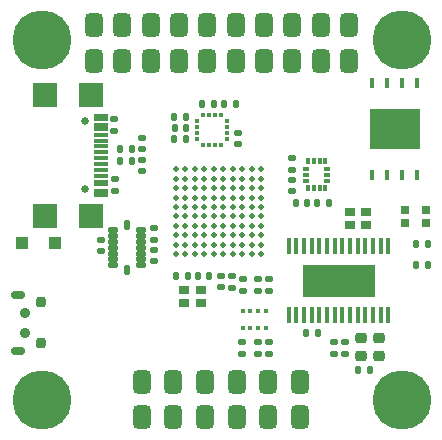
<source format=gbr>
%TF.GenerationSoftware,KiCad,Pcbnew,8.0.7*%
%TF.CreationDate,2025-02-13T13:50:40+08:00*%
%TF.ProjectId,NewSkyH7-Air,4e657753-6b79-4483-972d-4169722e6b69,rev?*%
%TF.SameCoordinates,Original*%
%TF.FileFunction,Soldermask,Top*%
%TF.FilePolarity,Negative*%
%FSLAX46Y46*%
G04 Gerber Fmt 4.6, Leading zero omitted, Abs format (unit mm)*
G04 Created by KiCad (PCBNEW 8.0.7) date 2025-02-13 13:50:40*
%MOMM*%
%LPD*%
G01*
G04 APERTURE LIST*
G04 Aperture macros list*
%AMRoundRect*
0 Rectangle with rounded corners*
0 $1 Rounding radius*
0 $2 $3 $4 $5 $6 $7 $8 $9 X,Y pos of 4 corners*
0 Add a 4 corners polygon primitive as box body*
4,1,4,$2,$3,$4,$5,$6,$7,$8,$9,$2,$3,0*
0 Add four circle primitives for the rounded corners*
1,1,$1+$1,$2,$3*
1,1,$1+$1,$4,$5*
1,1,$1+$1,$6,$7*
1,1,$1+$1,$8,$9*
0 Add four rect primitives between the rounded corners*
20,1,$1+$1,$2,$3,$4,$5,0*
20,1,$1+$1,$4,$5,$6,$7,0*
20,1,$1+$1,$6,$7,$8,$9,0*
20,1,$1+$1,$8,$9,$2,$3,0*%
G04 Aperture macros list end*
%ADD10RoundRect,0.375000X-0.375000X-0.625000X0.375000X-0.625000X0.375000X0.625000X-0.375000X0.625000X0*%
%ADD11RoundRect,0.135000X-0.185000X0.135000X-0.185000X-0.135000X0.185000X-0.135000X0.185000X0.135000X0*%
%ADD12RoundRect,0.140000X-0.140000X-0.170000X0.140000X-0.170000X0.140000X0.170000X-0.140000X0.170000X0*%
%ADD13RoundRect,0.147500X-0.147500X-0.172500X0.147500X-0.172500X0.147500X0.172500X-0.147500X0.172500X0*%
%ADD14RoundRect,0.147500X-0.172500X0.147500X-0.172500X-0.147500X0.172500X-0.147500X0.172500X0.147500X0*%
%ADD15RoundRect,0.140000X0.140000X0.170000X-0.140000X0.170000X-0.140000X-0.170000X0.140000X-0.170000X0*%
%ADD16RoundRect,0.147500X0.172500X-0.147500X0.172500X0.147500X-0.172500X0.147500X-0.172500X-0.147500X0*%
%ADD17RoundRect,0.135000X0.185000X-0.135000X0.185000X0.135000X-0.185000X0.135000X-0.185000X-0.135000X0*%
%ADD18RoundRect,0.140000X0.170000X-0.140000X0.170000X0.140000X-0.170000X0.140000X-0.170000X-0.140000X0*%
%ADD19R,0.450000X1.475000*%
%ADD20R,6.200000X2.750000*%
%ADD21C,0.650000*%
%ADD22R,1.281200X0.300000*%
%ADD23R,1.290000X0.300000*%
%ADD24R,1.300000X0.300000*%
%ADD25R,1.298926X0.296108*%
%ADD26R,1.281200X0.299998*%
%ADD27R,2.000000X2.000000*%
%ADD28RoundRect,0.150000X0.450000X-0.150000X0.450000X0.150000X-0.450000X0.150000X-0.450000X-0.150000X0*%
%ADD29C,0.900000*%
%ADD30RoundRect,0.200000X0.200000X-0.250000X0.200000X0.250000X-0.200000X0.250000X-0.200000X-0.250000X0*%
%ADD31RoundRect,0.375000X0.375000X0.625000X-0.375000X0.625000X-0.375000X-0.625000X0.375000X-0.625000X0*%
%ADD32R,0.450000X0.300000*%
%ADD33R,0.300000X0.450000*%
%ADD34RoundRect,0.135000X-0.135000X-0.185000X0.135000X-0.185000X0.135000X0.185000X-0.135000X0.185000X0*%
%ADD35RoundRect,0.225000X0.250000X-0.225000X0.250000X0.225000X-0.250000X0.225000X-0.250000X-0.225000X0*%
%ADD36C,5.000000*%
%ADD37RoundRect,0.102000X-0.295000X-0.175000X0.295000X-0.175000X0.295000X0.175000X-0.295000X0.175000X0*%
%ADD38RoundRect,0.102000X-0.175000X0.295000X-0.175000X-0.295000X0.175000X-0.295000X0.175000X0.295000X0*%
%ADD39RoundRect,0.102000X0.295000X0.175000X-0.295000X0.175000X-0.295000X-0.175000X0.295000X-0.175000X0*%
%ADD40RoundRect,0.102000X0.175000X-0.295000X0.175000X0.295000X-0.175000X0.295000X-0.175000X-0.295000X0*%
%ADD41R,0.450000X0.950000*%
%ADD42R,4.350000X3.450000*%
%ADD43RoundRect,0.135000X0.135000X0.185000X-0.135000X0.185000X-0.135000X-0.185000X0.135000X-0.185000X0*%
%ADD44RoundRect,0.140000X-0.170000X0.140000X-0.170000X-0.140000X0.170000X-0.140000X0.170000X0.140000X0*%
%ADD45RoundRect,0.250000X0.300000X0.300000X-0.300000X0.300000X-0.300000X-0.300000X0.300000X-0.300000X0*%
%ADD46R,0.900000X0.800000*%
%ADD47R,0.350000X0.350000*%
%ADD48C,0.470000*%
%ADD49R,0.700000X0.700000*%
%ADD50R,0.300000X0.600000*%
%ADD51R,0.600000X0.300000*%
G04 APERTURE END LIST*
D10*
%TO.C,J23*%
X149676666Y-68125000D03*
%TD*%
%TO.C,J20*%
X142473333Y-68125000D03*
%TD*%
D11*
%TO.C,R25*%
X134620000Y-78130000D03*
X134620000Y-79150000D03*
%TD*%
D12*
%TO.C,C12*%
X151775000Y-80120000D03*
X152735000Y-80120000D03*
%TD*%
D13*
%TO.C,D4*%
X160180000Y-85405000D03*
X161150000Y-85405000D03*
%TD*%
D10*
%TO.C,J37*%
X136900000Y-95260000D03*
%TD*%
D14*
%TO.C,FB3*%
X149675000Y-76330000D03*
X149675000Y-77300000D03*
%TD*%
D15*
%TO.C,C46*%
X144870000Y-71720000D03*
X143910000Y-71720000D03*
%TD*%
D13*
%TO.C,FB4*%
X139685000Y-74690000D03*
X140655000Y-74690000D03*
%TD*%
D10*
%TO.C,J29*%
X132868889Y-68125000D03*
%TD*%
D16*
%TO.C,FB2*%
X137935000Y-85070000D03*
X137935000Y-84100000D03*
%TD*%
D13*
%TO.C,D9*%
X160167500Y-83620000D03*
X161137500Y-83620000D03*
%TD*%
D10*
%TO.C,J38*%
X139582000Y-95260000D03*
%TD*%
D15*
%TO.C,C15*%
X140680000Y-73750000D03*
X139720000Y-73750000D03*
%TD*%
D17*
%TO.C,R30*%
X154155000Y-92922000D03*
X154155000Y-91902000D03*
%TD*%
D18*
%TO.C,C17*%
X133455000Y-84225000D03*
X133455000Y-83265000D03*
%TD*%
D10*
%TO.C,J21*%
X144874444Y-68125000D03*
%TD*%
D18*
%TO.C,C14*%
X145070000Y-75120000D03*
X145070000Y-74160000D03*
%TD*%
D10*
%TO.C,J7*%
X150310000Y-95260000D03*
%TD*%
%TO.C,J16*%
X147275555Y-65080000D03*
%TD*%
D12*
%TO.C,C2*%
X141680000Y-86330000D03*
X142640000Y-86330000D03*
%TD*%
D17*
%TO.C,R37*%
X146735000Y-87605000D03*
X146735000Y-86585000D03*
%TD*%
D19*
%TO.C,U5*%
X157810000Y-83774000D03*
X157160000Y-83774000D03*
X156510000Y-83774000D03*
X155860000Y-83774000D03*
X155210000Y-83774000D03*
X154560000Y-83774000D03*
X153910000Y-83774000D03*
X153260000Y-83774000D03*
X152610000Y-83774000D03*
X151960000Y-83774000D03*
X151310000Y-83774000D03*
X150660000Y-83774000D03*
X150010000Y-83774000D03*
X149360000Y-83774000D03*
X149360000Y-89650000D03*
X150010000Y-89650000D03*
X150660000Y-89650000D03*
X151310000Y-89650000D03*
X151960000Y-89650000D03*
X152610000Y-89650000D03*
X153260000Y-89650000D03*
X153910000Y-89650000D03*
X154560000Y-89650000D03*
X155210000Y-89650000D03*
X155860000Y-89650000D03*
X156510000Y-89650000D03*
X157160000Y-89650000D03*
X157810000Y-89650000D03*
D20*
X153585000Y-86712000D03*
%TD*%
D17*
%TO.C,R2*%
X144520000Y-87320000D03*
X144520000Y-86300000D03*
%TD*%
D10*
%TO.C,J12*%
X137671111Y-65080000D03*
%TD*%
%TO.C,J5*%
X142264000Y-95260000D03*
%TD*%
D18*
%TO.C,C16*%
X137935000Y-83225000D03*
X137935000Y-82265000D03*
%TD*%
D10*
%TO.C,J3*%
X147628000Y-98220000D03*
%TD*%
%TO.C,J11*%
X147628000Y-95260000D03*
%TD*%
%TO.C,J22*%
X147275555Y-68125000D03*
%TD*%
D21*
%TO.C,U4*%
X132103500Y-73200000D03*
X132103500Y-78980000D03*
D22*
X133465500Y-72737200D03*
D23*
X133468500Y-73540000D03*
D24*
X133463500Y-74840000D03*
X133463500Y-75840000D03*
X133463500Y-76340000D03*
X133463500Y-77340000D03*
D25*
X133462963Y-78635532D03*
D24*
X133463500Y-79440000D03*
X133463500Y-79140000D03*
X133463500Y-78340000D03*
X133463500Y-77840000D03*
X133463500Y-76840000D03*
X133463500Y-75340000D03*
X133463500Y-74340000D03*
D23*
X133468500Y-73840000D03*
D26*
X133465500Y-73037201D03*
D27*
X132603500Y-70970000D03*
X128703500Y-70970000D03*
X132603500Y-81210000D03*
X128703500Y-81210000D03*
%TD*%
D10*
%TO.C,J14*%
X142473333Y-65080000D03*
%TD*%
D28*
%TO.C,SW1*%
X126410000Y-92640000D03*
D29*
X127010000Y-91110000D03*
X127010000Y-89410000D03*
D28*
X126410000Y-87880000D03*
D30*
X128410000Y-91985000D03*
X128410000Y-88535000D03*
%TD*%
D10*
%TO.C,J25*%
X154478889Y-68125000D03*
%TD*%
D31*
%TO.C,J10*%
X132868889Y-65080000D03*
%TD*%
D18*
%TO.C,C47*%
X145405000Y-92885000D03*
X145405000Y-91925000D03*
%TD*%
D15*
%TO.C,C1*%
X140810000Y-86330000D03*
X139850000Y-86330000D03*
%TD*%
D10*
%TO.C,J15*%
X144874444Y-65080000D03*
%TD*%
D32*
%TO.C,U6*%
X141590000Y-73180000D03*
X141590000Y-73680000D03*
X141590000Y-74180000D03*
X141590000Y-74680000D03*
D33*
X142115000Y-75205000D03*
X142615000Y-75205000D03*
X143115000Y-75205000D03*
X143615000Y-75205000D03*
D32*
X144140000Y-74680000D03*
X144140000Y-74180000D03*
X144140000Y-73680000D03*
X144140000Y-73180000D03*
D33*
X143615000Y-72655000D03*
X143115000Y-72655000D03*
X142615000Y-72655000D03*
X142115000Y-72655000D03*
%TD*%
D15*
%TO.C,C13*%
X150905000Y-80120000D03*
X149945000Y-80120000D03*
%TD*%
D34*
%TO.C,R26*%
X135050000Y-76530000D03*
X136070000Y-76530000D03*
%TD*%
%TO.C,R27*%
X135050000Y-75570000D03*
X136070000Y-75570000D03*
%TD*%
D18*
%TO.C,C11*%
X149675000Y-79145000D03*
X149675000Y-78185000D03*
%TD*%
D35*
%TO.C,C38*%
X156985000Y-93117000D03*
X156985000Y-91567000D03*
%TD*%
D36*
%TO.C,J1*%
X128455000Y-66305000D03*
X128455000Y-96805000D03*
X158955000Y-66305000D03*
X158955000Y-96805000D03*
%TD*%
D10*
%TO.C,J27*%
X144946000Y-98220000D03*
%TD*%
D37*
%TO.C,IC2*%
X134520000Y-85405000D03*
X134520000Y-84905000D03*
X134520000Y-84405000D03*
X134520000Y-83905000D03*
X134520000Y-83405000D03*
X134520000Y-82905000D03*
X134520000Y-82405000D03*
D38*
X135685000Y-81990000D03*
D39*
X136850000Y-82405000D03*
X136850000Y-82905000D03*
X136850000Y-83405000D03*
X136850000Y-83905000D03*
X136850000Y-84405000D03*
X136850000Y-84905000D03*
X136850000Y-85405000D03*
D40*
X135685000Y-85820000D03*
%TD*%
D41*
%TO.C,IC3*%
X156440000Y-77750000D03*
X157710000Y-77750000D03*
X158980000Y-77750000D03*
X160250000Y-77750000D03*
X160250000Y-69950000D03*
X158980000Y-69950000D03*
X157710000Y-69950000D03*
X156440000Y-69950000D03*
D42*
X158345000Y-73850000D03*
%TD*%
D31*
%TO.C,J32*%
X135270000Y-68125000D03*
%TD*%
D10*
%TO.C,J4*%
X144946000Y-95260000D03*
%TD*%
D43*
%TO.C,R35*%
X140700000Y-72860000D03*
X139680000Y-72860000D03*
%TD*%
D10*
%TO.C,J36*%
X139582000Y-98220000D03*
%TD*%
D31*
%TO.C,J8*%
X135270000Y-65080000D03*
%TD*%
D10*
%TO.C,J19*%
X154478889Y-65080000D03*
%TD*%
%TO.C,J26*%
X142264000Y-98220000D03*
%TD*%
%TO.C,J18*%
X152077777Y-65080000D03*
%TD*%
%TO.C,J6*%
X150310000Y-98220000D03*
%TD*%
D11*
%TO.C,R36*%
X147675000Y-86575000D03*
X147675000Y-87595000D03*
%TD*%
D17*
%TO.C,R24*%
X134610000Y-74040000D03*
X134610000Y-73020000D03*
%TD*%
D35*
%TO.C,C39*%
X155525000Y-93117000D03*
X155525000Y-91567000D03*
%TD*%
D44*
%TO.C,C41*%
X153195000Y-91922000D03*
X153195000Y-92882000D03*
%TD*%
D45*
%TO.C,D7*%
X129600000Y-83480000D03*
X126800000Y-83480000D03*
%TD*%
D31*
%TO.C,J31*%
X137671111Y-68125000D03*
%TD*%
D46*
%TO.C,Y1*%
X141925000Y-87535000D03*
X140525000Y-87535000D03*
X140525000Y-88635000D03*
X141925000Y-88635000D03*
%TD*%
D47*
%TO.C,IC6*%
X145465000Y-89235000D03*
X146115000Y-89235000D03*
X146765000Y-89235000D03*
X147415000Y-89235000D03*
X147415000Y-90685000D03*
X146765000Y-90685000D03*
X146115000Y-90685000D03*
X145465000Y-90685000D03*
%TD*%
D10*
%TO.C,J17*%
X149676666Y-65080000D03*
%TD*%
%TO.C,J13*%
X140072222Y-65080000D03*
%TD*%
%TO.C,J30*%
X140072222Y-68125000D03*
%TD*%
D34*
%TO.C,R29*%
X155235000Y-94292000D03*
X156255000Y-94292000D03*
%TD*%
D10*
%TO.C,J24*%
X152077777Y-68125000D03*
%TD*%
%TO.C,J35*%
X136900000Y-98220000D03*
%TD*%
D48*
%TO.C,U1*%
X139820000Y-84470000D03*
X139820000Y-83670000D03*
X139820000Y-82870000D03*
X139820000Y-82070000D03*
X139820000Y-81270000D03*
X139820000Y-80470000D03*
X139820000Y-79670000D03*
X139820000Y-78870000D03*
X139820000Y-78070000D03*
X139820000Y-77270000D03*
X140620000Y-84470000D03*
X140620000Y-83670000D03*
X140620000Y-82870000D03*
X140620000Y-82070000D03*
X140620000Y-81270000D03*
X140620000Y-80470000D03*
X140620000Y-79670000D03*
X140620000Y-78870000D03*
X140620000Y-78070000D03*
X140620000Y-77270000D03*
X141420000Y-84470000D03*
X141420000Y-83670000D03*
X141420000Y-82870000D03*
X141420000Y-82070000D03*
X141420000Y-81270000D03*
X141420000Y-80470000D03*
X141420000Y-79670000D03*
X141420000Y-78870000D03*
X141420000Y-78070000D03*
X141420000Y-77270000D03*
X142220000Y-84470000D03*
X142220000Y-83670000D03*
X142220000Y-82870000D03*
X142220000Y-82070000D03*
X142220000Y-81270000D03*
X142220000Y-80470000D03*
X142220000Y-79670000D03*
X142220000Y-78870000D03*
X142220000Y-78070000D03*
X142220000Y-77270000D03*
X143020000Y-84470000D03*
X143020000Y-83670000D03*
X143020000Y-82870000D03*
X143020000Y-82070000D03*
X143020000Y-81270000D03*
X143020000Y-80470000D03*
X143020000Y-79670000D03*
X143020000Y-78870000D03*
X143020000Y-78070000D03*
X143020000Y-77270000D03*
X143820000Y-84470000D03*
X143820000Y-83670000D03*
X143820000Y-82870000D03*
X143820000Y-82070000D03*
X143820000Y-81270000D03*
X143820000Y-80470000D03*
X143820000Y-79670000D03*
X143820000Y-78870000D03*
X143820000Y-78070000D03*
X143820000Y-77270000D03*
X144620000Y-84470000D03*
X144620000Y-83670000D03*
X144620000Y-82870000D03*
X144620000Y-82070000D03*
X144620000Y-81270000D03*
X144620000Y-80470000D03*
X144620000Y-79670000D03*
X144620000Y-78870000D03*
X144620000Y-78070000D03*
X144620000Y-77270000D03*
X145420000Y-84470000D03*
X145420000Y-83670000D03*
X145420000Y-82870000D03*
X145420000Y-82070000D03*
X145420000Y-81270000D03*
X145420000Y-80470000D03*
X145420000Y-79670000D03*
X145420000Y-78870000D03*
X145420000Y-78070000D03*
X145420000Y-77270000D03*
X146220000Y-84470000D03*
X146220000Y-83670000D03*
X146220000Y-82870000D03*
X146220000Y-82070000D03*
X146220000Y-81270000D03*
X146220000Y-80470000D03*
X146220000Y-79670000D03*
X146220000Y-78870000D03*
X146220000Y-78070000D03*
X146220000Y-77270000D03*
X147020000Y-84470000D03*
X147020000Y-83670000D03*
X147020000Y-82870000D03*
X147020000Y-82070000D03*
X147020000Y-81270000D03*
X147020000Y-80470000D03*
X147020000Y-79670000D03*
X147020000Y-78870000D03*
X147020000Y-78070000D03*
X147020000Y-77270000D03*
%TD*%
D16*
%TO.C,FB5*%
X145495000Y-87560000D03*
X145495000Y-86590000D03*
%TD*%
D44*
%TO.C,C48*%
X146735000Y-91925000D03*
X146735000Y-92885000D03*
%TD*%
D49*
%TO.C,LED1*%
X161005000Y-81810000D03*
X161005000Y-80710000D03*
X159175000Y-80710000D03*
X159175000Y-81810000D03*
%TD*%
D46*
%TO.C,Y2*%
X155935000Y-80915000D03*
X154535000Y-80915000D03*
X154535000Y-82015000D03*
X155935000Y-82015000D03*
%TD*%
D14*
%TO.C,D11*%
X136960000Y-74615000D03*
X136960000Y-75585000D03*
%TD*%
D43*
%TO.C,R34*%
X143060000Y-71710000D03*
X142040000Y-71710000D03*
%TD*%
D11*
%TO.C,R38*%
X147715000Y-91895000D03*
X147715000Y-92915000D03*
%TD*%
D43*
%TO.C,R28*%
X151840000Y-91100000D03*
X150820000Y-91100000D03*
%TD*%
D16*
%TO.C,D10*%
X136960000Y-77455000D03*
X136960000Y-76485000D03*
%TD*%
D44*
%TO.C,C3*%
X143590000Y-86320000D03*
X143590000Y-87280000D03*
%TD*%
D50*
%TO.C,IC7*%
X152475000Y-76590000D03*
X151975000Y-76590000D03*
X151475000Y-76590000D03*
X150975000Y-76590000D03*
D51*
X150825000Y-77240000D03*
X150825000Y-77740000D03*
X150825000Y-78240000D03*
D50*
X150975000Y-78890000D03*
X151475000Y-78890000D03*
X151975000Y-78890000D03*
X152475000Y-78890000D03*
D51*
X152625000Y-78240000D03*
X152625000Y-77740000D03*
X152625000Y-77240000D03*
%TD*%
M02*

</source>
